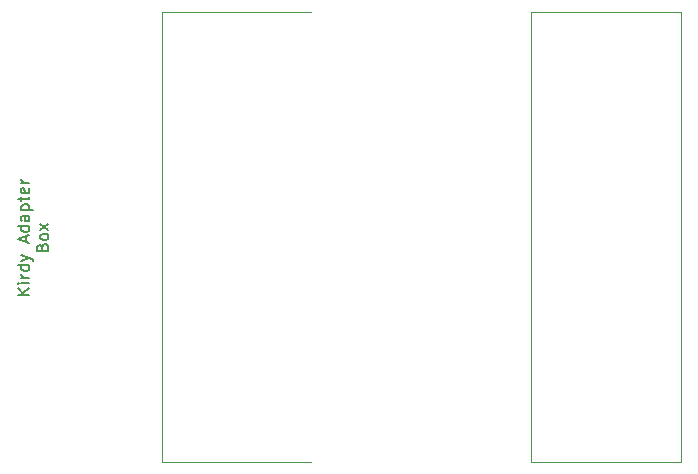
<source format=gto>
%TF.GenerationSoftware,KiCad,Pcbnew,(6.0.9)*%
%TF.CreationDate,2022-12-04T20:54:03+08:00*%
%TF.ProjectId,kirdyShield,6b697264-7953-4686-9965-6c642e6b6963,rev?*%
%TF.SameCoordinates,Original*%
%TF.FileFunction,Legend,Top*%
%TF.FilePolarity,Positive*%
%FSLAX46Y46*%
G04 Gerber Fmt 4.6, Leading zero omitted, Abs format (unit mm)*
G04 Created by KiCad (PCBNEW (6.0.9)) date 2022-12-04 20:54:03*
%MOMM*%
%LPD*%
G01*
G04 APERTURE LIST*
%ADD10C,0.150000*%
%ADD11C,0.120000*%
%ADD12C,1.524000*%
%ADD13R,1.500000X5.080000*%
G04 APERTURE END LIST*
D10*
X69647380Y-126833333D02*
X68647380Y-126833333D01*
X69647380Y-126261904D02*
X69075952Y-126690476D01*
X68647380Y-126261904D02*
X69218809Y-126833333D01*
X69647380Y-125833333D02*
X68980714Y-125833333D01*
X68647380Y-125833333D02*
X68695000Y-125880952D01*
X68742619Y-125833333D01*
X68695000Y-125785714D01*
X68647380Y-125833333D01*
X68742619Y-125833333D01*
X69647380Y-125357142D02*
X68980714Y-125357142D01*
X69171190Y-125357142D02*
X69075952Y-125309523D01*
X69028333Y-125261904D01*
X68980714Y-125166666D01*
X68980714Y-125071428D01*
X69647380Y-124309523D02*
X68647380Y-124309523D01*
X69599761Y-124309523D02*
X69647380Y-124404761D01*
X69647380Y-124595238D01*
X69599761Y-124690476D01*
X69552142Y-124738095D01*
X69456904Y-124785714D01*
X69171190Y-124785714D01*
X69075952Y-124738095D01*
X69028333Y-124690476D01*
X68980714Y-124595238D01*
X68980714Y-124404761D01*
X69028333Y-124309523D01*
X68980714Y-123928571D02*
X69647380Y-123690476D01*
X68980714Y-123452380D02*
X69647380Y-123690476D01*
X69885476Y-123785714D01*
X69933095Y-123833333D01*
X69980714Y-123928571D01*
X69361666Y-122357142D02*
X69361666Y-121880952D01*
X69647380Y-122452380D02*
X68647380Y-122119047D01*
X69647380Y-121785714D01*
X69647380Y-121023809D02*
X68647380Y-121023809D01*
X69599761Y-121023809D02*
X69647380Y-121119047D01*
X69647380Y-121309523D01*
X69599761Y-121404761D01*
X69552142Y-121452380D01*
X69456904Y-121500000D01*
X69171190Y-121500000D01*
X69075952Y-121452380D01*
X69028333Y-121404761D01*
X68980714Y-121309523D01*
X68980714Y-121119047D01*
X69028333Y-121023809D01*
X69647380Y-120119047D02*
X69123571Y-120119047D01*
X69028333Y-120166666D01*
X68980714Y-120261904D01*
X68980714Y-120452380D01*
X69028333Y-120547619D01*
X69599761Y-120119047D02*
X69647380Y-120214285D01*
X69647380Y-120452380D01*
X69599761Y-120547619D01*
X69504523Y-120595238D01*
X69409285Y-120595238D01*
X69314047Y-120547619D01*
X69266428Y-120452380D01*
X69266428Y-120214285D01*
X69218809Y-120119047D01*
X68980714Y-119642857D02*
X69980714Y-119642857D01*
X69028333Y-119642857D02*
X68980714Y-119547619D01*
X68980714Y-119357142D01*
X69028333Y-119261904D01*
X69075952Y-119214285D01*
X69171190Y-119166666D01*
X69456904Y-119166666D01*
X69552142Y-119214285D01*
X69599761Y-119261904D01*
X69647380Y-119357142D01*
X69647380Y-119547619D01*
X69599761Y-119642857D01*
X68980714Y-118880952D02*
X68980714Y-118500000D01*
X68647380Y-118738095D02*
X69504523Y-118738095D01*
X69599761Y-118690476D01*
X69647380Y-118595238D01*
X69647380Y-118500000D01*
X69599761Y-117785714D02*
X69647380Y-117880952D01*
X69647380Y-118071428D01*
X69599761Y-118166666D01*
X69504523Y-118214285D01*
X69123571Y-118214285D01*
X69028333Y-118166666D01*
X68980714Y-118071428D01*
X68980714Y-117880952D01*
X69028333Y-117785714D01*
X69123571Y-117738095D01*
X69218809Y-117738095D01*
X69314047Y-118214285D01*
X69647380Y-117309523D02*
X68980714Y-117309523D01*
X69171190Y-117309523D02*
X69075952Y-117261904D01*
X69028333Y-117214285D01*
X68980714Y-117119047D01*
X68980714Y-117023809D01*
X70733571Y-122785714D02*
X70781190Y-122642857D01*
X70828809Y-122595238D01*
X70924047Y-122547619D01*
X71066904Y-122547619D01*
X71162142Y-122595238D01*
X71209761Y-122642857D01*
X71257380Y-122738095D01*
X71257380Y-123119047D01*
X70257380Y-123119047D01*
X70257380Y-122785714D01*
X70305000Y-122690476D01*
X70352619Y-122642857D01*
X70447857Y-122595238D01*
X70543095Y-122595238D01*
X70638333Y-122642857D01*
X70685952Y-122690476D01*
X70733571Y-122785714D01*
X70733571Y-123119047D01*
X71257380Y-121976190D02*
X71209761Y-122071428D01*
X71162142Y-122119047D01*
X71066904Y-122166666D01*
X70781190Y-122166666D01*
X70685952Y-122119047D01*
X70638333Y-122071428D01*
X70590714Y-121976190D01*
X70590714Y-121833333D01*
X70638333Y-121738095D01*
X70685952Y-121690476D01*
X70781190Y-121642857D01*
X71066904Y-121642857D01*
X71162142Y-121690476D01*
X71209761Y-121738095D01*
X71257380Y-121833333D01*
X71257380Y-121976190D01*
X71257380Y-121309523D02*
X70590714Y-120785714D01*
X70590714Y-121309523D02*
X71257380Y-120785714D01*
D11*
%TO.C,J2*%
X93599000Y-140970000D02*
X93599000Y-102870000D01*
X80899000Y-102870000D02*
X80899000Y-140970000D01*
X93599000Y-102870000D02*
X80899000Y-102870000D01*
X80899000Y-140970000D02*
X93599000Y-140970000D01*
%TO.C,J4*%
X112141000Y-102870000D02*
X112141000Y-140970000D01*
X112141000Y-140970000D02*
X124841000Y-140970000D01*
X124841000Y-140970000D02*
X124841000Y-102870000D01*
X124841000Y-102870000D02*
X112141000Y-102870000D01*
%TD*%
%LPC*%
D12*
%TO.C,J2*%
X88265000Y-114300000D03*
X91440000Y-116840000D03*
X88265000Y-119380000D03*
X91440000Y-121920000D03*
X88265000Y-124333000D03*
X91440000Y-127000000D03*
X88265000Y-129540000D03*
%TD*%
%TO.C,J4*%
X117475000Y-129540000D03*
X114300000Y-127000000D03*
X117475000Y-124460000D03*
X114300000Y-121920000D03*
X117475000Y-119507000D03*
X114300000Y-116840000D03*
X117475000Y-114300000D03*
%TD*%
D13*
%TO.C,J5*%
X65600000Y-144637500D03*
X74100000Y-144637500D03*
%TD*%
G36*
X112042121Y-100020002D02*
G01*
X112088614Y-100073658D01*
X112100000Y-100126000D01*
X112100000Y-147374000D01*
X112079998Y-147442121D01*
X112026342Y-147488614D01*
X111974000Y-147500000D01*
X93726000Y-147500000D01*
X93657879Y-147479998D01*
X93611386Y-147426342D01*
X93600000Y-147374000D01*
X93600000Y-100126000D01*
X93620002Y-100057879D01*
X93673658Y-100011386D01*
X93726000Y-100000000D01*
X111974000Y-100000000D01*
X112042121Y-100020002D01*
G37*
M02*

</source>
